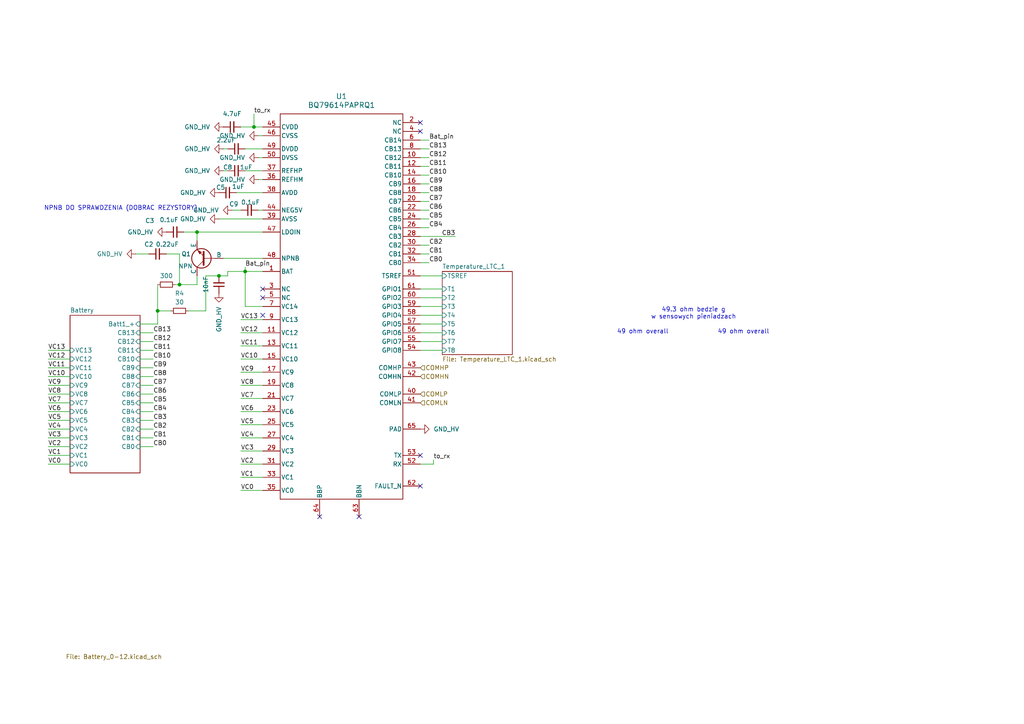
<source format=kicad_sch>
(kicad_sch (version 20250114) (generator "eeschema") (generator_version "9.0")
  (paper "A4")
  (lib_symbols
    (symbol "BQ79612PAPRQ1:BQ79616PAPRQ1" (pin_names (offset 0.254))
      (property "Reference" "U1" (at 0 60.96 0))
      (property "Value" "BQ79614PAPRQ1" (at 0 58.42 0))
      (symbol "BQ79616PAPRQ1_0_1"
        (polyline (pts (xy -17.78 55.88) (xy -17.78 -55.88)) (stroke (width 0.2032)))
        (polyline (pts (xy -17.78 -55.88) (xy 17.78 -55.88)) (stroke (width 0.2032)))
        (polyline (pts (xy 17.78 55.88) (xy -17.78 55.88)) (stroke (width 0.2032)))
        (polyline (pts (xy 17.78 -55.88) (xy 17.78 55.88)) (stroke (width 0.2032)))
        (pin input line (at -22.86 -7.62 0) (length 5.08) (name "VC12") (number "11"))
        (pin input line (at -22.86 -11.43 0) (length 5.08) (name "VC11") (number "13"))
        (pin input line (at -22.86 -15.24 0) (length 5.08) (name "VC10") (number "15"))
        (pin input line (at -22.86 -19.05 0) (length 5.08) (name "VC9") (number "17"))
        (pin input line (at -22.86 -22.86 0) (length 5.08) (name "VC8") (number "19"))
        (pin input line (at -22.86 -26.67 0) (length 5.08) (name "VC7") (number "21"))
        (pin input line (at -22.86 -30.48 0) (length 5.08) (name "VC6") (number "23"))
        (pin input line (at -22.86 -34.29 0) (length 5.08) (name "VC5") (number "25"))
        (pin input line (at -22.86 -38.1 0) (length 5.08) (name "VC4") (number "27"))
        (pin input line (at -22.86 -41.91 0) (length 5.08) (name "VC3") (number "29"))
        (pin input line (at -22.86 -45.72 0) (length 5.08) (name "VC2") (number "31"))
        (pin input line (at -22.86 -49.53 0) (length 5.08) (name "VC1") (number "33"))
        (pin input line (at -22.86 -53.34 0) (length 5.08) (name "VC0") (number "35"))
        (pin input line (at -6.35 -60.96 90) (length 5.08) (name "BBP") (number "64"))
        (pin input line (at 5.08 -60.96 90) (length 5.08) (name "BBN") (number "63"))
        (pin bidirectional line (at 22.86 43.18 180) (length 5.08) (name "CB12") (number "10"))
        (pin bidirectional line (at 22.86 40.64 180) (length 5.08) (name "CB11") (number "12"))
        (pin bidirectional line (at 22.86 38.1 180) (length 5.08) (name "CB10") (number "14"))
        (pin bidirectional line (at 22.86 35.56 180) (length 5.08) (name "CB9") (number "16"))
        (pin bidirectional line (at 22.86 33.02 180) (length 5.08) (name "CB8") (number "18"))
        (pin bidirectional line (at 22.86 30.48 180) (length 5.08) (name "CB7") (number "20"))
        (pin bidirectional line (at 22.86 27.94 180) (length 5.08) (name "CB6") (number "22"))
        (pin bidirectional line (at 22.86 25.4 180) (length 5.08) (name "CB5") (number "24"))
        (pin bidirectional line (at 22.86 22.86 180) (length 5.08) (name "CB4") (number "26"))
        (pin bidirectional line (at 22.86 20.32 180) (length 5.08) (name "CB3") (number "28"))
        (pin bidirectional line (at 22.86 17.78 180) (length 5.08) (name "CB2") (number "30"))
        (pin bidirectional line (at 22.86 15.24 180) (length 5.08) (name "CB1") (number "32"))
        (pin bidirectional line (at 22.86 12.7 180) (length 5.08) (name "CB0") (number "34"))
        (pin bidirectional line (at 22.86 5.08 180) (length 5.08) (name "GPIO1") (number "61"))
        (pin bidirectional line (at 22.86 2.54 180) (length 5.08) (name "GPIO2") (number "60"))
        (pin bidirectional line (at 22.86 0 180) (length 5.08) (name "GPIO3") (number "59"))
        (pin bidirectional line (at 22.86 -2.54 180) (length 5.08) (name "GPIO4") (number "58"))
        (pin bidirectional line (at 22.86 -5.08 180) (length 5.08) (name "GPIO5") (number "57"))
        (pin bidirectional line (at 22.86 -7.62 180) (length 5.08) (name "GPIO6") (number "56"))
        (pin bidirectional line (at 22.86 -10.16 180) (length 5.08) (name "GPIO7") (number "55"))
        (pin bidirectional line (at 22.86 -12.7 180) (length 5.08) (name "GPIO8") (number "54"))
        (pin bidirectional line (at 22.86 -17.78 180) (length 5.08) (name "COMHP") (number "43"))
        (pin bidirectional line (at 22.86 -20.32 180) (length 5.08) (name "COMHN") (number "42"))
        (pin bidirectional line (at 22.86 -25.4 180) (length 5.08) (name "COMLP") (number "40"))
        (pin bidirectional line (at 22.86 -27.94 180) (length 5.08) (name "COMLN") (number "41"))
        (pin unspecified line (at 22.86 -35.56 180) (length 5.08) (name "PAD") (number "65"))
        (pin output line (at 22.86 -43.18 180) (length 5.08) (name "TX") (number "53"))
        (pin input line (at 22.86 -45.72 180) (length 5.08) (name "RX") (number "52"))
        (pin output line (at 22.86 -52.07 180) (length 5.08) (name "FAULT_N") (number "62"))
      )
      (symbol "BQ79616PAPRQ1_1_1"
        (pin passive line (at -22.86 52.07 0) (length 5.08) (name "CVDD") (number "45"))
        (pin passive line (at -22.86 49.53 0) (length 5.08) (name "CVSS") (number "46"))
        (pin passive line (at -22.86 45.72 0) (length 5.08) (name "DVDD") (number "49"))
        (pin passive line (at -22.86 43.18 0) (length 5.08) (name "DVSS") (number "50"))
        (pin passive line (at -22.86 39.37 0) (length 5.08) (name "REFHP") (number "37"))
        (pin passive line (at -22.86 36.83 0) (length 5.08) (name "REFHM") (number "36"))
        (pin passive line (at -22.86 33.02 0) (length 5.08) (name "AVDD") (number "38"))
        (pin passive line (at -22.86 27.94 0) (length 5.08) (name "NEG5V") (number "44"))
        (pin passive line (at -22.86 25.4 0) (length 5.08) (name "AVSS") (number "39"))
        (pin passive line (at -22.86 21.59 0) (length 5.08) (name "LDOIN") (number "47"))
        (pin passive line (at -22.86 13.97 0) (length 5.08) (name "NPNB") (number "48"))
        (pin passive line (at -22.86 10.16 0) (length 5.08) (name "BAT") (number "1"))
        (pin input line (at -22.86 5.08 0) (length 5.08) (name "NC") (number "3"))
        (pin input line (at -22.86 2.54 0) (length 5.08) (name "NC") (number "5"))
        (pin input line (at -22.86 0 0) (length 5.08) (name "VC14") (number "7"))
        (pin input line (at -22.86 -3.81 0) (length 5.08) (name "VC13") (number "9"))
        (pin bidirectional line (at 22.86 53.34 180) (length 5.08) (name "NC") (number "2"))
        (pin bidirectional line (at 22.86 50.8 180) (length 5.08) (name "NC") (number "4"))
        (pin bidirectional line (at 22.86 48.26 180) (length 5.08) (name "CB14") (number "6"))
        (pin bidirectional line (at 22.86 45.72 180) (length 5.08) (name "CB13") (number "8"))
        (pin passive line (at 22.86 8.89 180) (length 5.08) (name "TSREF") (number "51"))
      )
    )
    (symbol "Device:C_Small" (pin_numbers (hide yes)) (pin_names (offset 0.254) (hide yes))
      (property "Reference" "C" (at 0.254 1.778 0))
      (property "Value" "C_Small" (at 0.254 -2.032 0))
      (symbol "C_Small_0_1"
        (polyline (pts (xy -1.524 0.508) (xy 1.524 0.508)) (stroke (width 0.3048)))
        (polyline (pts (xy -1.524 -0.508) (xy 1.524 -0.508)) (stroke (width 0.3302)))
      )
      (symbol "C_Small_1_1"
        (pin passive line (at 0 2.54 270) (length 2.032) (name "~") (number "1"))
        (pin passive line (at 0 -2.54 90) (length 2.032) (name "~") (number "2"))
      )
    )
    (symbol "Device:R_Small" (pin_numbers (hide yes)) (pin_names (offset 0.254) (hide yes))
      (property "Reference" "R" (at 0.762 0.508 0))
      (property "Value" "R_Small" (at 0.762 -1.016 0))
      (symbol "R_Small_0_1"
        (rectangle (start -0.762 1.778) (end 0.762 -1.778) (stroke (width 0.2032)))
      )
      (symbol "R_Small_1_1"
        (pin passive line (at 0 2.54 270) (length 0.762) (name "~") (number "1"))
        (pin passive line (at 0 -2.54 90) (length 0.762) (name "~") (number "2"))
      )
    )
    (symbol "Simulation_SPICE:NPN" (pin_numbers (hide yes)) (pin_names (offset 0))
      (property "Reference" "Q" (at -2.54 7.62 0))
      (property "Value" "NPN" (at -2.54 5.08 0))
      (symbol "NPN_0_1"
        (polyline (pts (xy -2.54 0) (xy 0.635 0)) (stroke (width 0.1524)))
        (polyline (pts (xy 0.635 1.905) (xy 0.635 -1.905) (xy 0.635 -1.905)) (stroke (width 0.508)))
        (polyline (pts (xy 0.635 0.635) (xy 2.54 2.54)))
        (polyline (pts (xy 0.635 -0.635) (xy 2.54 -2.54) (xy 2.54 -2.54)))
        (circle (center 1.27 0) (radius 2.8194) (stroke (width 0.254)))
        (polyline (pts (xy 1.27 -1.778) (xy 1.778 -1.27) (xy 2.286 -2.286) (xy 1.27 -1.778) (xy 1.27 -1.778)) (fill (type outline)))
        (polyline (pts (xy 2.794 -1.27) (xy 2.794 -1.27)) (stroke (width 0.1524)))
        (polyline (pts (xy 2.794 -1.27) (xy 2.794 -1.27)) (stroke (width 0.1524)))
      )
      (symbol "NPN_1_1"
        (pin input line (at -5.08 0 0) (length 2.54) (name "B") (number "2"))
        (pin open_collector line (at 2.54 5.08 270) (length 2.54) (name "C") (number "1"))
        (pin open_emitter line (at 2.54 -5.08 90) (length 2.54) (name "E") (number "3"))
      )
    )
    (symbol "power:GND" (power) (pin_numbers (hide yes)) (pin_names (offset 0) (hide yes))
      (property "Value" "GND" (at 0 -3.81 0))
      (symbol "GND_0_1"
        (polyline (pts (xy 0 0) (xy 0 -1.27) (xy 1.27 -1.27) (xy 0 -2.54) (xy -1.27 -1.27) (xy 0 -1.27)))
      )
      (symbol "GND_1_1"
        (pin power_in line (at 0 0 270) (length 0) (name "~") (number "1"))
      )
    )
  )
  (text "49.3 ohm bedzie g\nw sensowych pieniadzach" (at 201.168 90.932 0) (effects (font (size 1.27 1.27))))
  (text "49 ohm overall\n" (at 215.646 96.266 0) (effects (font (size 1.27 1.27))))
  (text "49 ohm overall\n" (at 186.436 96.266 0) (effects (font (size 1.27 1.27))))
  (text "NPNB DO SPRAWDZENIA (DOBRAC REZYSTORY)\n" (at 35.052 60.452 0) (effects (font (size 1.27 1.27))))
  (junction (at 57.15 67.31))
  (junction (at 71.12 78.74))
  (junction (at 73.66 36.83))
  (junction (at 63.5 80.01))
  (junction (at 45.72 90.17))
  (junction (at 52.07 82.55))
  (no_connect (at 76.2 83.82))
  (no_connect (at 92.71 149.86))
  (no_connect (at 104.14 149.86))
  (no_connect (at 76.2 86.36))
  (no_connect (at 76.2 91.44))
  (no_connect (at 121.92 140.97))
  (no_connect (at 121.92 38.1))
  (no_connect (at 121.92 132.08))
  (no_connect (at 121.92 35.56))
  (wire (pts (xy 13.97 132.08) (xy 20.32 132.08)))
  (wire (pts (xy 13.97 121.92) (xy 20.32 121.92)))
  (wire (pts (xy 13.97 114.3) (xy 20.32 114.3)))
  (wire (pts (xy 121.92 134.62) (xy 125.73 134.62)))
  (wire (pts (xy 57.15 67.31) (xy 76.2 67.31)))
  (wire (pts (xy 76.2 88.9) (xy 71.12 88.9)))
  (wire (pts (xy 121.92 91.44) (xy 128.27 91.44)))
  (wire (pts (xy 50.8 82.55) (xy 52.07 82.55)))
  (wire (pts (xy 71.12 77.47) (xy 71.12 78.74)))
  (wire (pts (xy 121.92 86.36) (xy 128.27 86.36)))
  (wire (pts (xy 121.92 58.42) (xy 124.46 58.42)))
  (wire (pts (xy 74.93 52.07) (xy 76.2 52.07)))
  (wire (pts (xy 74.93 39.37) (xy 76.2 39.37)))
  (wire (pts (xy 74.93 45.72) (xy 76.2 45.72)))
  (wire (pts (xy 71.12 78.74) (xy 76.2 78.74)))
  (wire (pts (xy 13.97 124.46) (xy 20.32 124.46)))
  (wire (pts (xy 68.58 55.88) (xy 76.2 55.88)))
  (wire (pts (xy 121.92 50.8) (xy 124.46 50.8)))
  (wire (pts (xy 74.93 60.96) (xy 76.2 60.96)))
  (wire (pts (xy 53.34 67.31) (xy 57.15 67.31)))
  (wire (pts (xy 57.15 80.01) (xy 57.15 82.55)))
  (wire (pts (xy 40.64 119.38) (xy 44.45 119.38)))
  (wire (pts (xy 57.15 82.55) (xy 52.07 82.55)))
  (wire (pts (xy 69.85 127) (xy 76.2 127)))
  (wire (pts (xy 121.92 66.04) (xy 124.46 66.04)))
  (wire (pts (xy 45.72 90.17) (xy 45.72 93.98)))
  (wire (pts (xy 40.64 104.14) (xy 44.45 104.14)))
  (wire (pts (xy 13.97 104.14) (xy 20.32 104.14)))
  (wire (pts (xy 59.69 80.01) (xy 63.5 80.01)))
  (wire (pts (xy 69.85 138.43) (xy 76.2 138.43)))
  (wire (pts (xy 121.92 76.2) (xy 124.46 76.2)))
  (wire (pts (xy 121.92 53.34) (xy 124.46 53.34)))
  (wire (pts (xy 69.85 134.62) (xy 76.2 134.62)))
  (wire (pts (xy 40.64 93.98) (xy 45.72 93.98)))
  (wire (pts (xy 49.53 90.17) (xy 45.72 90.17)))
  (wire (pts (xy 69.85 142.24) (xy 76.2 142.24)))
  (wire (pts (xy 69.85 104.14) (xy 76.2 104.14)))
  (wire (pts (xy 121.92 83.82) (xy 128.27 83.82)))
  (wire (pts (xy 13.97 111.76) (xy 20.32 111.76)))
  (wire (pts (xy 54.61 90.17) (xy 59.69 90.17)))
  (wire (pts (xy 40.64 116.84) (xy 44.45 116.84)))
  (wire (pts (xy 121.92 48.26) (xy 124.46 48.26)))
  (wire (pts (xy 59.69 90.17) (xy 59.69 80.01)))
  (wire (pts (xy 121.92 63.5) (xy 124.46 63.5)))
  (wire (pts (xy 13.97 116.84) (xy 20.32 116.84)))
  (wire (pts (xy 40.64 99.06) (xy 44.45 99.06)))
  (wire (pts (xy 121.92 80.01) (xy 128.27 80.01)))
  (wire (pts (xy 69.85 123.19) (xy 76.2 123.19)))
  (wire (pts (xy 121.92 45.72) (xy 124.46 45.72)))
  (wire (pts (xy 121.92 43.18) (xy 124.46 43.18)))
  (wire (pts (xy 40.64 109.22) (xy 44.45 109.22)))
  (wire (pts (xy 69.85 36.83) (xy 73.66 36.83)))
  (wire (pts (xy 52.07 73.66) (xy 48.26 73.66)))
  (wire (pts (xy 40.64 129.54) (xy 44.45 129.54)))
  (wire (pts (xy 63.5 63.5) (xy 76.2 63.5)))
  (wire (pts (xy 121.92 40.64) (xy 124.46 40.64)))
  (wire (pts (xy 40.64 111.76) (xy 44.45 111.76)))
  (wire (pts (xy 121.92 60.96) (xy 124.46 60.96)))
  (wire (pts (xy 13.97 129.54) (xy 20.32 129.54)))
  (wire (pts (xy 40.64 127) (xy 44.45 127)))
  (wire (pts (xy 121.92 96.52) (xy 128.27 96.52)))
  (wire (pts (xy 71.12 43.18) (xy 76.2 43.18)))
  (wire (pts (xy 69.85 100.33) (xy 76.2 100.33)))
  (wire (pts (xy 71.12 88.9) (xy 71.12 78.74)))
  (wire (pts (xy 69.85 119.38) (xy 76.2 119.38)))
  (wire (pts (xy 121.92 73.66) (xy 124.46 73.66)))
  (wire (pts (xy 121.92 101.6) (xy 128.27 101.6)))
  (wire (pts (xy 121.92 55.88) (xy 124.46 55.88)))
  (wire (pts (xy 13.97 101.6) (xy 20.32 101.6)))
  (wire (pts (xy 13.97 119.38) (xy 20.32 119.38)))
  (wire (pts (xy 69.85 92.71) (xy 76.2 92.71)))
  (wire (pts (xy 13.97 134.62) (xy 20.32 134.62)))
  (wire (pts (xy 121.92 88.9) (xy 128.27 88.9)))
  (wire (pts (xy 66.04 43.18) (xy 64.77 43.18)))
  (wire (pts (xy 66.04 80.01) (xy 66.04 78.74)))
  (wire (pts (xy 40.64 114.3) (xy 44.45 114.3)))
  (wire (pts (xy 121.92 68.58) (xy 132.08 68.58)))
  (wire (pts (xy 69.85 111.76) (xy 76.2 111.76)))
  (wire (pts (xy 39.37 73.66) (xy 43.18 73.66)))
  (wire (pts (xy 73.66 36.83) (xy 76.2 36.83)))
  (wire (pts (xy 69.85 130.81) (xy 76.2 130.81)))
  (wire (pts (xy 13.97 109.22) (xy 20.32 109.22)))
  (wire (pts (xy 13.97 127) (xy 20.32 127)))
  (wire (pts (xy 40.64 96.52) (xy 44.45 96.52)))
  (wire (pts (xy 52.07 73.66) (xy 52.07 82.55)))
  (wire (pts (xy 40.64 121.92) (xy 44.45 121.92)))
  (wire (pts (xy 69.85 96.52) (xy 76.2 96.52)))
  (wire (pts (xy 71.12 49.53) (xy 76.2 49.53)))
  (wire (pts (xy 63.5 80.01) (xy 66.04 80.01)))
  (wire (pts (xy 66.04 49.53) (xy 64.77 49.53)))
  (wire (pts (xy 69.85 107.95) (xy 76.2 107.95)))
  (wire (pts (xy 121.92 93.98) (xy 128.27 93.98)))
  (wire (pts (xy 40.64 101.6) (xy 44.45 101.6)))
  (wire (pts (xy 45.72 82.55) (xy 45.72 90.17)))
  (wire (pts (xy 57.15 67.31) (xy 57.15 69.85)))
  (wire (pts (xy 69.85 115.57) (xy 76.2 115.57)))
  (wire (pts (xy 40.64 124.46) (xy 44.45 124.46)))
  (wire (pts (xy 67.31 60.96) (xy 69.85 60.96)))
  (wire (pts (xy 13.97 106.68) (xy 20.32 106.68)))
  (wire (pts (xy 121.92 99.06) (xy 128.27 99.06)))
  (wire (pts (xy 73.66 33.02) (xy 73.66 36.83)))
  (wire (pts (xy 64.77 74.93) (xy 76.2 74.93)))
  (wire (pts (xy 121.92 71.12) (xy 124.46 71.12)))
  (wire (pts (xy 125.73 133.35) (xy 125.73 134.62)))
  (wire (pts (xy 40.64 106.68) (xy 44.45 106.68)))
  (wire (pts (xy 66.04 78.74) (xy 71.12 78.74)))
  (label "VC7" (at 13.97 116.84 0))
  (label "VC6" (at 13.97 119.38 0))
  (label "VC8" (at 13.97 114.3 0))
  (label "VC11" (at 69.85 100.33 0))
  (label "CB0" (at 44.45 129.54 0))
  (label "CB9" (at 44.45 106.68 0))
  (label "CB8" (at 124.46 55.88 0))
  (label "VC9" (at 69.85 107.95 0))
  (label "VC12" (at 69.85 96.52 0))
  (label "CB10" (at 44.45 104.14 0))
  (label "CB12" (at 44.45 99.06 0))
  (label "VC10" (at 69.85 104.14 0))
  (label "CB3" (at 44.45 121.92 0))
  (label "Bat_pin" (at 71.12 77.47 0))
  (label "CB6" (at 44.45 114.3 0))
  (label "VC5" (at 13.97 121.92 0))
  (label "VC12" (at 13.97 104.14 0))
  (label "VC1" (at 13.97 132.08 0))
  (label "VC8" (at 69.85 111.76 0))
  (label "VC4" (at 13.97 124.46 0))
  (label "CB3" (at 132.08 68.58 180))
  (label "CB7" (at 44.45 111.76 0))
  (label "VC13" (at 69.85 92.71 0))
  (label "CB4" (at 124.46 66.04 0))
  (label "VC2" (at 69.85 134.62 0))
  (label "CB5" (at 124.46 63.5 0))
  (label "CB13" (at 124.46 43.18 0))
  (label "CB12" (at 124.46 45.72 0))
  (label "VC7" (at 69.85 115.57 0))
  (label "VC3" (at 13.97 127 0))
  (label "Bat_pin" (at 124.46 40.64 0))
  (label "VC0" (at 69.85 142.24 0))
  (label "VC11" (at 13.97 106.68 0))
  (label "CB10" (at 124.46 50.8 0))
  (label "VC0" (at 13.97 134.62 0))
  (label "CB13" (at 44.45 96.52 0))
  (label "CB5" (at 44.45 116.84 0))
  (label "CB2" (at 44.45 124.46 0))
  (label "to_rx" (at 73.66 33.02 0))
  (label "CB8" (at 44.45 109.22 0))
  (label "CB4" (at 44.45 119.38 0))
  (label "VC13" (at 13.97 101.6 0))
  (label "VC9" (at 13.97 111.76 0))
  (label "CB1" (at 44.45 127 0))
  (label "VC10" (at 13.97 109.22 0))
  (label "CB6" (at 124.46 60.96 0))
  (label "VC4" (at 69.85 127 0))
  (label "CB11" (at 124.46 48.26 0))
  (label "CB9" (at 124.46 53.34 0))
  (label "VC2" (at 13.97 129.54 0))
  (label "VC3" (at 69.85 130.81 0))
  (label "to_rx" (at 125.73 133.35 0))
  (label "VC6" (at 69.85 119.38 0))
  (label "VC5" (at 69.85 123.19 0))
  (label "VC1" (at 69.85 138.43 0))
  (label "CB1" (at 124.46 73.66 0))
  (label "CB7" (at 124.46 58.42 0))
  (label "CB11" (at 44.45 101.6 0))
  (label "CB2" (at 124.46 71.12 0))
  (label "CB0" (at 124.46 76.2 0))
  (hierarchical_label "COMHN" (shape input) (at 121.92 109.22 0))
  (hierarchical_label "COMLP" (shape input) (at 121.92 114.3 0))
  (hierarchical_label "COMHP" (shape input) (at 121.92 106.68 0))
  (hierarchical_label "COMLN" (shape input) (at 121.92 116.84 0))
  (symbol (lib_id "power:GND") (at 63.5 55.88 270) (unit 1)
    (property "Reference" "#PWR013" (effects (hide yes)))
    (property "Value" "GND_HV" (at 59.69 55.88 90) (effects (justify right)))
    (property "Description" "Power symbol creates a global label with name \"GND\" , ground" (effects (hide yes)))
  )
  (symbol (lib_id "Device:C_Small") (at 66.04 55.88 90) (unit 1)
    (property "Reference" "C5" (at 64.008 54.356 90))
    (property "Value" "1uF" (at 69.088 54.102 90))
    (property "Footprint" "Capacitor_SMD:C_0603_1608Metric_Pad1.08x0.95mm_HandSolder" (effects (hide yes)))
    (property "Datasheet" "https://www.mouser.pl/ProductDetail/TAIYO-YUDEN/EMK107B7105MA8T?qs=sGAEpiMZZMsh%252B1woXyUXj30ZYomYlxpXD%252BuSrqeE39U%3D" (effects (hide yes)))
    (property "Description" "Unpolarized capacitor, small symbol" (effects (hide yes)))
  )
  (symbol (lib_id "power:GND") (at 74.93 45.72 270) (unit 1)
    (property "Reference" "#PWR020" (effects (hide yes)))
    (property "Value" "GND_HV" (at 71.12 45.72 90) (effects (justify right)))
    (property "Description" "Power symbol creates a global label with name \"GND\" , ground" (effects (hide yes)))
  )
  (symbol (lib_id "Device:R_Small") (at 48.26 82.55 90) (unit 1)
    (property "Reference" "R2" (effects (hide yes)))
    (property "Value" "300" (at 48.26 80.01 90))
    (property "Footprint" "Resistor_SMD:R_0603_1608Metric_Pad0.98x0.95mm_HandSolder" (effects (hide yes)))
    (property "Datasheet" "https://www.mouser.pl/ProductDetail/KOA-Speer/SG73P1JTTD3300F?qs=mxuPqPjQq7FehFO0eTUu%252BA%3D%3D" (effects (hide yes)))
    (property "Description" "Resistor, small symbol" (effects (hide yes)))
  )
  (symbol (lib_id "power:GND") (at 74.93 52.07 270) (unit 1)
    (property "Reference" "#PWR021" (effects (hide yes)))
    (property "Value" "GND_HV" (at 71.12 52.07 90) (effects (justify right)))
    (property "Description" "Power symbol creates a global label with name \"GND\" , ground" (effects (hide yes)))
  )
  (symbol (lib_id "power:GND") (at 64.77 49.53 270) (unit 1)
    (property "Reference" "#PWR018" (effects (hide yes)))
    (property "Value" "GND_HV" (at 60.96 49.53 90) (effects (justify right)))
    (property "Description" "Power symbol creates a global label with name \"GND\" , ground" (effects (hide yes)))
  )
  (symbol (lib_id "Device:C_Small") (at 72.39 60.96 90) (unit 1)
    (property "Reference" "C9" (at 67.818 59.182 90))
    (property "Value" "0.1uF" (at 72.644 58.674 90))
    (property "Footprint" "Capacitor_SMD:C_0603_1608Metric_Pad1.08x0.95mm_HandSolder" (effects (hide yes)))
    (property "Datasheet" "https://www.mouser.pl/ProductDetail/TAIYO-YUDEN/MAJCU168BB7104KTEA01?qs=ZcfC38r4PovJ4zMRJqa98Q%3D%3D" (effects (hide yes)))
    (property "Description" "Unpolarized capacitor, small symbol" (effects (hide yes)))
  )
  (symbol (lib_id "Device:C_Small") (at 50.8 67.31 90) (unit 1)
    (property "Reference" "C3" (at 43.434 64.008 90))
    (property "Value" "0.1uF" (at 49.022 63.754 90))
    (property "Footprint" "Capacitor_SMD:C_0603_1608Metric_Pad1.08x0.95mm_HandSolder" (effects (hide yes)))
    (property "Datasheet" "https://www.mouser.pl/ProductDetail/TAIYO-YUDEN/MAJCU168BB7104KTEA01?qs=ZcfC38r4PovJ4zMRJqa98Q%3D%3D" (effects (hide yes)))
    (property "Description" "Unpolarized capacitor, small symbol" (effects (hide yes)))
  )
  (symbol (lib_id "Device:C_Small") (at 67.31 36.83 90) (unit 1)
    (property "Reference" "C6" (effects (hide yes)))
    (property "Value" "4.7uF" (at 67.3163 33.02 90))
    (property "Footprint" "Capacitor_SMD:C_0603_1608Metric_Pad1.08x0.95mm_HandSolder" (effects (hide yes)))
    (property "Datasheet" "https://www.mouser.pl/ProductDetail/TAIYO-YUDEN/LMK107BJ475KA-T?qs=sGAEpiMZZMsh%252B1woXyUXj7c1PCWacDCMSnOdsacb7as%3D" (effects (hide yes)))
    (property "Description" "Unpolarized capacitor, small symbol" (effects (hide yes)))
  )
  (symbol (lib_id "Device:R_Small") (at 52.07 90.17 90) (unit 1)
    (property "Reference" "R4" (at 52.07 85.09 90))
    (property "Value" "30" (at 52.07 87.63 90))
    (property "Footprint" "Resistor_SMD:R_0603_1608Metric_Pad0.98x0.95mm_HandSolder" (effects (hide yes)))
    (property "Datasheet" "https://eu.mouser.com/ProductDetail/Vishay-Draloric/RCA060330R0JNEC?qs=sGAEpiMZZMvdGkrng054twq3eZrCFN89umdZ4CIYOns%3D" (effects (hide yes)))
    (property "Description" "Resistor, small symbol" (effects (hide yes)))
  )
  (symbol (lib_id "power:GND") (at 64.77 36.83 270) (unit 1)
    (property "Reference" "#PWR016" (effects (hide yes)))
    (property "Value" "GND_HV" (at 60.96 36.83 90) (effects (justify right)))
    (property "Description" "Power symbol creates a global label with name \"GND\" , ground" (effects (hide yes)))
  )
  (symbol (lib_id "Device:C_Small") (at 68.58 43.18 90) (unit 1)
    (property "Reference" "C7" (effects (hide yes)))
    (property "Value" "2.2uF" (at 65.532 40.64 90))
    (property "Footprint" "Capacitor_SMD:C_0603_1608Metric_Pad1.08x0.95mm_HandSolder" (effects (hide yes)))
    (property "Datasheet" "https://www.mouser.pl/ProductDetail/TAIYO-YUDEN/MLAST168AB5225MTNA01?qs=sGAEpiMZZMsh%252B1woXyUXj3XUfju0vRpj0D%252B%252Bxvl%252BBl4%3D" (effects (hide yes)))
    (property "Description" "Unpolarized capacitor, small symbol" (effects (hide yes)))
  )
  (symbol (lib_id "power:GND") (at 39.37 73.66 270) (unit 1)
    (property "Reference" "#PWR012" (effects (hide yes)))
    (property "Value" "GND_HV" (at 35.56 73.66 90) (effects (justify right)))
    (property "Description" "Power symbol creates a global label with name \"GND\" , ground" (effects (hide yes)))
  )
  (symbol (lib_id "Device:C_Small") (at 63.5 82.55 180) (unit 1)
    (property "Reference" "C4" (effects (hide yes)))
    (property "Value" "10nF" (at 59.69 82.5437 90))
    (property "Footprint" "Capacitor_SMD:C_0603_1608Metric_Pad1.08x0.95mm_HandSolder" (effects (hide yes)))
    (property "Datasheet" "https://www.mouser.pl/ProductDetail/TDK/CGA3E2X7R2A103K080AE?qs=nQSIdc08i%252BdU4%252BM6g9lEFQ%3D%3D" (effects (hide yes)))
    (property "Description" "Unpolarized capacitor, small symbol" (effects (hide yes)))
  )
  (symbol (lib_id "Simulation_SPICE:NPN") (at 59.69 74.93 180) (unit 1)
    (property "Reference" "Q1" (at 55.372 73.66 0) (effects (justify left)))
    (property "Value" "NPN" (at 55.88 77.216 0) (effects (justify left)))
    (property "Footprint" "Package_TO_SOT_SMD:SOT-223-3_TabPin2" (effects (hide yes)))
    (property "Datasheet" "https://eu.mouser.com/c/semiconductors/discrete-semiconductors/transistors/?collector-%20base%20voltage%20vcbo=100%20V&collector-%20emitter%20voltage%20vceo%20max=80%20V&mounting%20style=SMD%2FSMT&transistor%20polarity=NPN" (effects (hide yes)))
    (property "Description" "NPN" (effects (hide yes)))
    (property "opis" "NPN" (effects (hide yes)))
    (property "Sim.Type" "GUMMELPOON" (effects (hide yes)))
    (property "Sim.Pins" "1=C 2=B 3=E" (effects (hide yes)))
  )
  (symbol (lib_id "Device:C_Small") (at 68.58 49.53 90) (unit 1)
    (property "Reference" "C8" (at 66.04 48.514 90))
    (property "Value" "1uF" (at 71.374 48.514 90))
    (property "Footprint" "Capacitor_SMD:C_0603_1608Metric_Pad1.08x0.95mm_HandSolder" (effects (hide yes)))
    (property "Datasheet" "https://www.mouser.pl/ProductDetail/TAIYO-YUDEN/EMK107B7105MA8T?qs=sGAEpiMZZMsh%252B1woXyUXj30ZYomYlxpXD%252BuSrqeE39U%3D" (effects (hide yes)))
    (property "Description" "Unpolarized capacitor, small symbol" (effects (hide yes)))
  )
  (symbol (lib_id "power:GND") (at 64.77 43.18 270) (unit 1)
    (property "Reference" "#PWR017" (effects (hide yes)))
    (property "Value" "GND_HV" (at 60.96 43.18 90) (effects (justify right)))
    (property "Description" "Power symbol creates a global label with name \"GND\" , ground" (effects (hide yes)))
  )
  (symbol (lib_id "Device:C_Small") (at 45.72 73.66 90) (unit 1)
    (property "Reference" "C2" (at 43.18 70.866 90))
    (property "Value" "0.22uF" (at 48.514 70.866 90))
    (property "Footprint" "Capacitor_SMD:C_0603_1608Metric_Pad1.08x0.95mm_HandSolder" (effects (hide yes)))
    (property "Datasheet" "https://www.mouser.pl/ProductDetail/TAIYO-YUDEN/MBASH168SC7224KTCA01?qs=sGAEpiMZZMsh%252B1woXyUXj3XUfju0vRpj9f9rQngL7R4%3D" (effects (hide yes)))
    (property "Description" "Unpolarized capacitor, small symbol" (effects (hide yes)))
  )
  (symbol (lib_id "power:GND") (at 63.5 63.5 270) (unit 1)
    (property "Reference" "#PWR0149" (effects (hide yes)))
    (property "Value" "GND_HV" (at 59.69 63.5 90) (effects (justify right)))
    (property "Description" "Power symbol creates a global label with name \"GND\" , ground" (effects (hide yes)))
  )
  (symbol (lib_id "power:GND") (at 67.31 60.96 270) (unit 1)
    (property "Reference" "#PWR014" (effects (hide yes)))
    (property "Value" "GND_HV" (at 63.5 60.96 90) (effects (justify right)))
    (property "Description" "Power symbol creates a global label with name \"GND\" , ground" (effects (hide yes)))
  )
  (symbol (lib_id "BQ79612PAPRQ1:BQ79616PAPRQ1") (at 99.06 88.9 0) (unit 1)
    (property "Reference" "U1" (at 99.06 27.94 0) (effects (font (size 1.524 1.524))))
    (property "Value" "BQ79614PAPRQ1" (at 99.06 30.48 0) (effects (font (size 1.524 1.524))))
    (property "Footprint" "footrpint:BQ79614PAPRQ1" (effects (hide yes)))
    (property "Datasheet" "BQ79616PAPRQ1" (effects (hide yes)))
  )
  (symbol (lib_id "power:GND") (at 74.93 39.37 270) (unit 1)
    (property "Reference" "#PWR019" (effects (hide yes)))
    (property "Value" "GND_HV" (at 71.12 39.37 90) (effects (justify right)))
    (property "Description" "Power symbol creates a global label with name \"GND\" , ground" (effects (hide yes)))
  )
  (symbol (lib_id "power:GND") (at 48.26 67.31 270) (unit 1)
    (property "Reference" "#PWR011" (effects (hide yes)))
    (property "Value" "GND_HV" (at 44.45 67.31 90) (effects (justify right)))
    (property "Description" "Power symbol creates a global label with name \"GND\" , ground" (effects (hide yes)))
  )
  (symbol (lib_id "power:GND") (at 121.92 124.46 90) (unit 1)
    (property "Reference" "#PWR022" (effects (hide yes)))
    (property "Value" "GND_HV" (at 125.73 124.46 90) (effects (justify right)))
    (property "Description" "Power symbol creates a global label with name \"GND\" , ground" (effects (hide yes)))
  )
  (symbol (lib_id "power:GND") (at 63.5 85.09 0) (unit 1)
    (property "Reference" "#PWR015" (effects (hide yes)))
    (property "Value" "GND_HV" (at 63.5 88.9 90) (effects (justify right)))
    (property "Description" "Power symbol creates a global label with name \"GND\" , ground" (effects (hide yes)))
  )
  (sheet (at 20.32 91.44) (size 20.32 45.72) (stroke (width 0.1524))
    (property "Sheetname" "Battery" (at 20.32 90.7284 0) (effects (justify left bottom)))
    (property "Sheetfile" "Battery_0-12.kicad_sch" (at 19.05 189.738 0) (effects (justify left top)))
    (pin "CB5" input (at 40.64 116.84 0))
    (pin "CB4" input (at 40.64 119.38 0))
    (pin "CB7" input (at 40.64 111.76 0))
    (pin "CB6" input (at 40.64 114.3 0))
    (pin "VC7" input (at 20.32 116.84 180))
    (pin "VC6" input (at 20.32 119.38 180))
    (pin "CB10" input (at 40.64 104.14 0))
    (pin "CB9" input (at 40.64 106.68 0))
    (pin "CB8" input (at 40.64 109.22 0))
    (pin "VC10" input (at 20.32 109.22 180))
    (pin "VC9" input (at 20.32 111.76 180))
    (pin "VC8" input (at 20.32 114.3 180))
    (pin "VC4" input (at 20.32 124.46 180))
    (pin "VC3" input (at 20.32 127 180))
    (pin "VC5" input (at 20.32 121.92 180))
    (pin "CB3" input (at 40.64 121.92 0))
    (pin "CB2" input (at 40.64 124.46 0))
    (pin "CB1" input (at 40.64 127 0))
    (pin "CB0" input (at 40.64 129.54 0))
    (pin "VC2" input (at 20.32 129.54 180))
    (pin "VC1" input (at 20.32 132.08 180))
    (pin "VC0" input (at 20.32 134.62 180))
    (pin "Batt1_+" input (at 40.64 93.98 0))
    (pin "CB13" input (at 40.64 96.52 0))
    (pin "CB12" input (at 40.64 99.06 0))
    (pin "VC12" input (at 20.32 104.14 180))
    (pin "VC13" input (at 20.32 101.6 180))
    (pin "CB11" input (at 40.64 101.6 0))
    (pin "VC11" input (at 20.32 106.68 180))
  )
  (sheet (at 128.27 78.74) (size 20.32 24.13) (stroke (width 0.1524))
    (property "Sheetname" "Temperature_LTC_1" (at 128.27 78.0284 0) (effects (justify left bottom)))
    (property "Sheetfile" "Temperature_LTC_1.kicad_sch" (at 128.27 103.4546 0) (effects (justify left top)))
    (pin "T1" input (at 128.27 83.82 180))
    (pin "TSREF" input (at 128.27 80.01 180))
    (pin "T2" input (at 128.27 86.36 180))
    (pin "T3" input (at 128.27 88.9 180))
    (pin "T4" input (at 128.27 91.44 180))
    (pin "T5" input (at 128.27 93.98 180))
    (pin "T8" input (at 128.27 101.6 180))
    (pin "T6" input (at 128.27 96.52 180))
    (pin "T7" input (at 128.27 99.06 180))
  )
)
</source>
